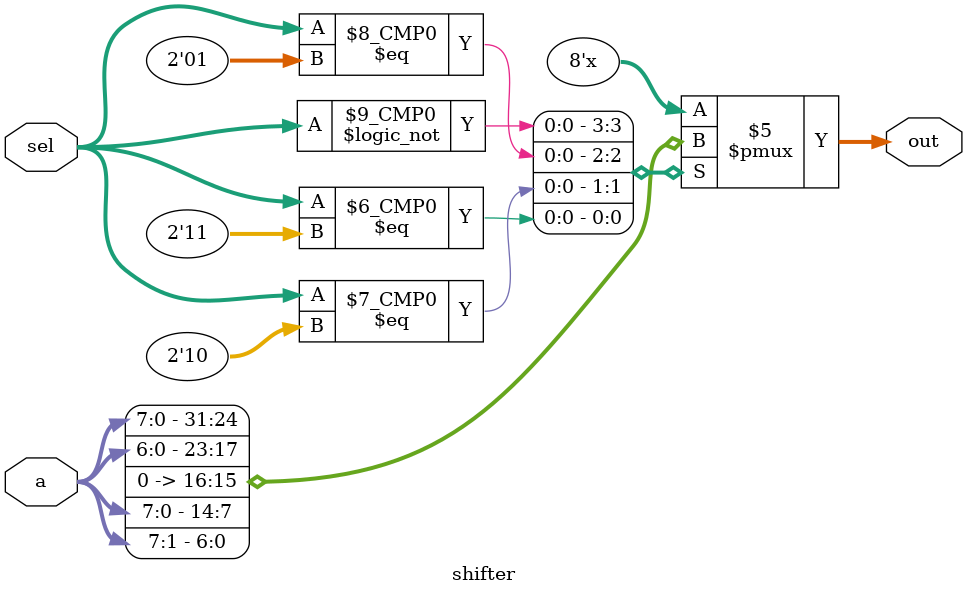
<source format=v>
module shifter(a,sel,out);
	input [7:0] a;
	input [1:0] sel;
	output reg [7:0] out;
	
	initial
		begin
		out = 0;
		end
	
	always@(*)
	begin
		case(sel)
		2'b00:out = a;
		2'b01:out = a << 1;
		2'b10:out = a >> 1;
		2'b11:out = {a[0],a[7:1]};
		default: out = a;
	endcase
	end
		
endmodule 
</source>
